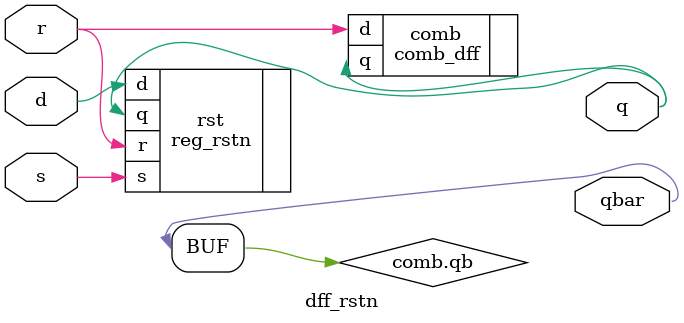
<source format=sv>
module dff_rstn(
input d, // Data input
input s, // Synchronous reset input
input r, // Asynchronous reset input
output reg q, // Data output

output reg qbar // Output bar (also called qb)
);

// Reg-level reset
reg_rstn rst(
.q     ( q ),
.d     ( d ),
.s     ( s ),
.r     ( r ));

// Bar implementation
comb_dff comb(
.q     ( q ),
.d     ( r ));

assign qbar = comb.qb;

endmodule
</source>
